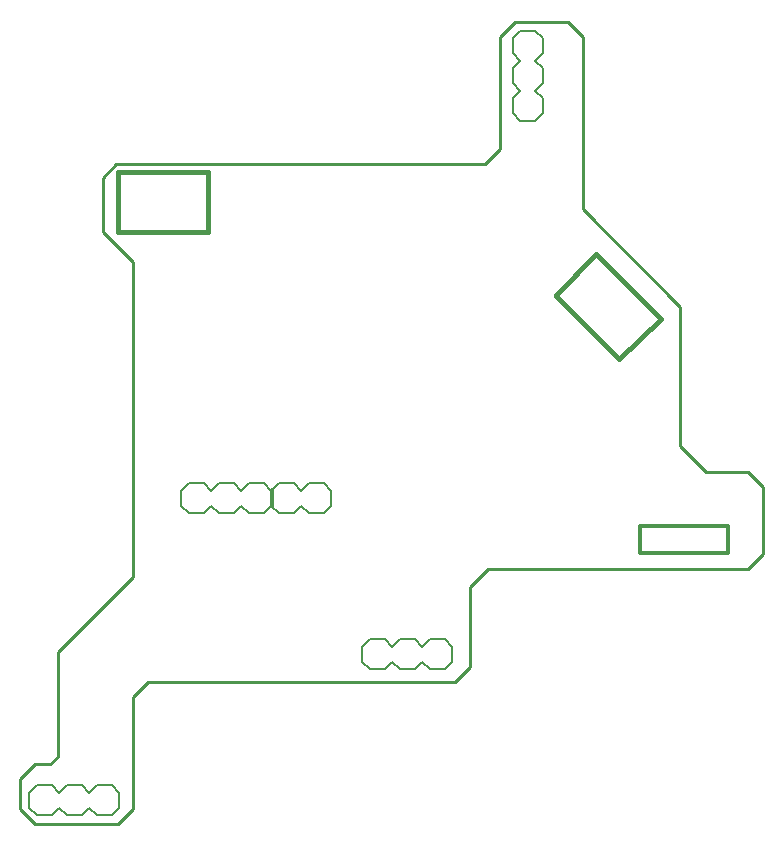
<source format=gbo>
G75*
%MOIN*%
%OFA0B0*%
%FSLAX24Y24*%
%IPPOS*%
%LPD*%
%AMOC8*
5,1,8,0,0,1.08239X$1,22.5*
%
%ADD10C,0.0160*%
%ADD11C,0.0120*%
%ADD12C,0.0100*%
%ADD13C,0.0080*%
D10*
X018000Y017750D02*
X020100Y015650D01*
X021500Y017000D01*
X019350Y019150D01*
X018000Y017800D01*
X006400Y019900D02*
X006400Y021900D01*
X003400Y021900D01*
X003400Y019900D01*
X006400Y019900D01*
D11*
X008550Y011300D02*
X008550Y010750D01*
X020800Y010100D02*
X020800Y009200D01*
X023750Y009200D01*
X023750Y010100D01*
X020850Y010100D01*
D12*
X000150Y001650D02*
X000150Y000650D01*
X000650Y000150D01*
X003400Y000150D01*
X003900Y000650D01*
X003900Y004400D01*
X004400Y004900D01*
X014650Y004900D01*
X015150Y005400D01*
X015150Y008050D01*
X015750Y008650D01*
X024400Y008650D01*
X024900Y009150D01*
X024900Y011400D01*
X024400Y011900D01*
X023000Y011900D01*
X022150Y012750D01*
X022150Y017400D01*
X018900Y020650D01*
X018900Y026400D01*
X018400Y026900D01*
X016650Y026900D01*
X016150Y026400D01*
X016150Y022650D01*
X015650Y022150D01*
X003350Y022150D01*
X002900Y021700D01*
X002900Y019900D01*
X003900Y018900D01*
X003900Y008400D01*
X001400Y005900D01*
X001400Y002400D01*
X001150Y002150D01*
X000650Y002150D01*
X000150Y001650D01*
D13*
X000450Y001200D02*
X000450Y000700D01*
X000700Y000450D01*
X001200Y000450D01*
X001450Y000700D01*
X001700Y000450D01*
X002200Y000450D01*
X002450Y000700D01*
X002700Y000450D01*
X003200Y000450D01*
X003450Y000700D01*
X003450Y001200D01*
X003200Y001450D01*
X002700Y001450D01*
X002450Y001200D01*
X002200Y001450D01*
X001700Y001450D01*
X001450Y001200D01*
X001200Y001450D01*
X000700Y001450D01*
X000450Y001200D01*
X005775Y010525D02*
X006275Y010525D01*
X006525Y010775D01*
X006775Y010525D01*
X007275Y010525D01*
X007525Y010775D01*
X007775Y010525D01*
X008275Y010525D01*
X008525Y010775D01*
X008775Y010525D01*
X009275Y010525D01*
X009525Y010775D01*
X009775Y010525D01*
X010275Y010525D01*
X010525Y010775D01*
X010525Y011275D01*
X010275Y011525D01*
X009775Y011525D01*
X009525Y011275D01*
X009275Y011525D01*
X008775Y011525D01*
X008525Y011275D01*
X008275Y011525D01*
X007775Y011525D01*
X007525Y011275D01*
X007275Y011525D01*
X006775Y011525D01*
X006525Y011275D01*
X006275Y011525D01*
X005775Y011525D01*
X005525Y011275D01*
X005525Y010775D01*
X005775Y010525D01*
X011550Y006075D02*
X011550Y005575D01*
X011800Y005325D01*
X012300Y005325D01*
X012550Y005575D01*
X012800Y005325D01*
X013300Y005325D01*
X013550Y005575D01*
X013800Y005325D01*
X014300Y005325D01*
X014550Y005575D01*
X014550Y006075D01*
X014300Y006325D01*
X013800Y006325D01*
X013550Y006075D01*
X013300Y006325D01*
X012800Y006325D01*
X012550Y006075D01*
X012300Y006325D01*
X011800Y006325D01*
X011550Y006075D01*
X016825Y023600D02*
X016575Y023850D01*
X016575Y024350D01*
X016825Y024600D01*
X016575Y024850D01*
X016575Y025350D01*
X016825Y025600D01*
X016575Y025850D01*
X016575Y026350D01*
X016825Y026600D01*
X017325Y026600D01*
X017575Y026350D01*
X017575Y025850D01*
X017325Y025600D01*
X017575Y025350D01*
X017575Y024850D01*
X017325Y024600D01*
X017575Y024350D01*
X017575Y023850D01*
X017325Y023600D01*
X016825Y023600D01*
M02*

</source>
